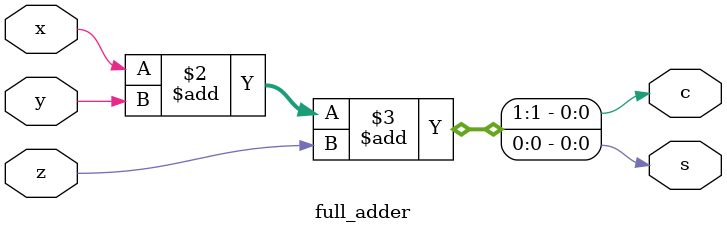
<source format=v>
`timescale 1ns / 1ps


module full_adder(x,y,z,c,s);
input x,y,z;
output reg c,s;
always @ (*)
  {c,s} = x+y+z;
endmodule

</source>
